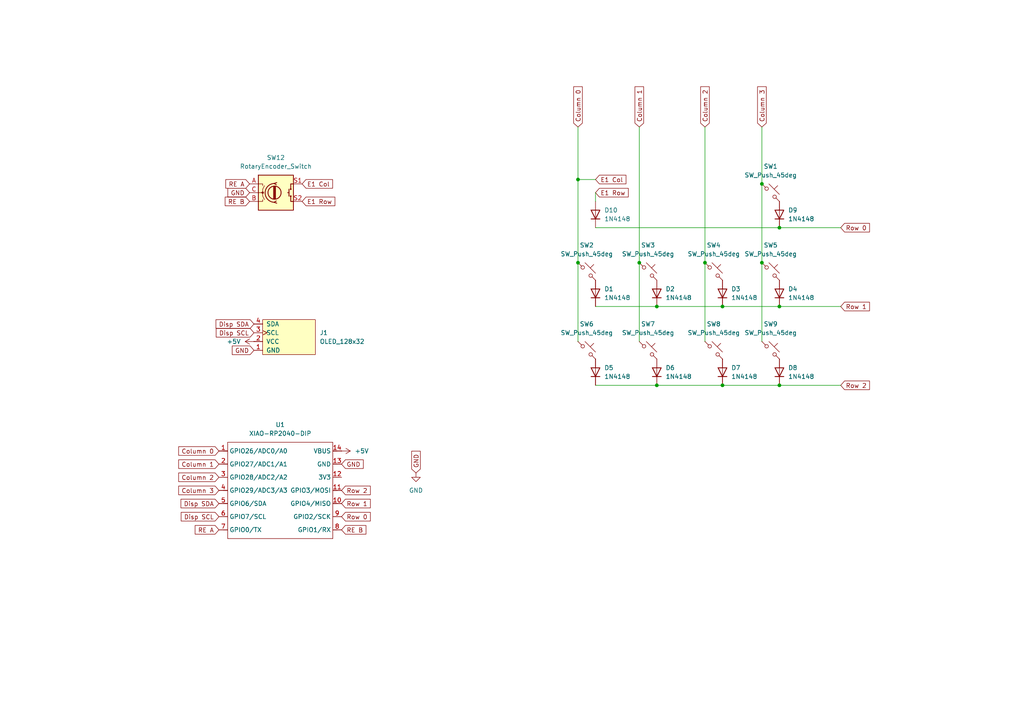
<source format=kicad_sch>
(kicad_sch (version 20231120) (generator "eeschema") (generator_version "8.0")
  (paper "A4")
  (lib_symbols
    (symbol "Device:RotaryEncoder_Switch" (pin_names (offset 0.254) hide)
      (property "Reference" "SW" (at 0 6.604 0))
      (property "Value" "RotaryEncoder_Switch" (at 0 -6.604 0))
      (symbol "RotaryEncoder_Switch_0_1"
        (rectangle (start -5.08 5.08) (end 5.08 -5.08) (stroke (width 0.254)) (fill (type background)))
        (circle (center -3.81 0) (radius 0.254) (fill (type outline)))
        (circle (center -0.381 0) (radius 1.905) (stroke (width 0.254)))
        (arc (start -0.381 2.667) (mid -3.0988 -0.0635) (end -0.381 -2.794) (stroke (width 0.254)))
        (polyline (pts (xy -0.635 -1.778) (xy -0.635 1.778)) (stroke (width 0.254)))
        (polyline (pts (xy -0.381 -1.778) (xy -0.381 1.778)) (stroke (width 0.254)))
        (polyline (pts (xy -0.127 1.778) (xy -0.127 -1.778)) (stroke (width 0.254)))
        (polyline (pts (xy 3.81 0) (xy 3.429 0)) (stroke (width 0.254)))
        (polyline (pts (xy 3.81 1.016) (xy 3.81 -1.016)) (stroke (width 0.254)))
        (polyline (pts (xy -5.08 -2.54) (xy -3.81 -2.54) (xy -3.81 -2.032)))
        (polyline (pts (xy -5.08 2.54) (xy -3.81 2.54) (xy -3.81 2.032)))
        (polyline (pts (xy 0.254 -3.048) (xy -0.508 -2.794) (xy 0.127 -2.413)) (stroke (width 0.254)))
        (polyline (pts (xy 0.254 2.921) (xy -0.508 2.667) (xy 0.127 2.286)) (stroke (width 0.254)))
        (polyline (pts (xy 5.08 -2.54) (xy 4.318 -2.54) (xy 4.318 -1.016)) (stroke (width 0.254)))
        (polyline (pts (xy 5.08 2.54) (xy 4.318 2.54) (xy 4.318 1.016)) (stroke (width 0.254)))
        (polyline (pts (xy -5.08 0) (xy -3.81 0) (xy -3.81 -1.016) (xy -3.302 -2.032)))
        (polyline (pts (xy -4.318 0) (xy -3.81 0) (xy -3.81 1.016) (xy -3.302 2.032)))
        (circle (center 4.318 -1.016) (radius 0.127) (stroke (width 0.254)))
        (circle (center 4.318 1.016) (radius 0.127) (stroke (width 0.254)))
      )
      (symbol "RotaryEncoder_Switch_1_1"
        (pin passive line (at -7.62 2.54 0) (length 2.54) (name "A") (number "A"))
        (pin passive line (at -7.62 -2.54 0) (length 2.54) (name "B") (number "B"))
        (pin passive line (at -7.62 0 0) (length 2.54) (name "C") (number "C"))
        (pin passive line (at 7.62 2.54 180) (length 2.54) (name "S1") (number "S1"))
        (pin passive line (at 7.62 -2.54 180) (length 2.54) (name "S2") (number "S2"))
      )
    )
    (symbol "Diode:1N4148" (pin_numbers hide) (pin_names hide)
      (property "Reference" "D" (at 0 2.54 0))
      (property "Value" "1N4148" (at 0 -2.54 0))
      (symbol "1N4148_0_1"
        (polyline (pts (xy -1.27 1.27) (xy -1.27 -1.27)) (stroke (width 0.254)))
        (polyline (pts (xy 1.27 0) (xy -1.27 0)))
        (polyline (pts (xy 1.27 1.27) (xy 1.27 -1.27) (xy -1.27 0) (xy 1.27 1.27)) (stroke (width 0.254)))
      )
      (symbol "1N4148_1_1"
        (pin passive line (at -3.81 0 0) (length 2.54) (name "K") (number "1"))
        (pin passive line (at 3.81 0 180) (length 2.54) (name "A") (number "2"))
      )
    )
    (symbol "ScottoKeebs:OLED_128x32" (pin_names (offset 1.016))
      (property "Reference" "J" (at 0 -6.35 0))
      (property "Value" "OLED_128x32" (at 0 6.35 0))
      (symbol "OLED_128x32_0_1"
        (rectangle (start 0 5.08) (end 15.24 -5.08) (fill (type background)))
      )
      (symbol "OLED_128x32_1_1"
        (pin power_in line (at -2.54 -3.81 0) (length 2.54) (name "GND") (number "1"))
        (pin power_in line (at -2.54 -1.27 0) (length 2.54) (name "VCC") (number "2"))
        (pin input clock (at -2.54 1.27 0) (length 2.54) (name "SCL") (number "3"))
        (pin bidirectional line (at -2.54 3.81 0) (length 2.54) (name "SDA") (number "4"))
      )
    )
    (symbol "Seeed_Studio_XIAO_Series:XIAO-RP2040-DIP"
      (property "Reference" "U" (at 0 0 0))
      (property "Value" "XIAO-RP2040-DIP" (at 5.334 -1.778 0))
      (symbol "XIAO-RP2040-DIP_1_0"
        (polyline (pts (xy -1.27 -30.48) (xy -1.27 -16.51)) (stroke (width 0.1524)))
        (polyline (pts (xy -1.27 -27.94) (xy -2.54 -27.94)) (stroke (width 0.1524)))
        (polyline (pts (xy -1.27 -24.13) (xy -2.54 -24.13)) (stroke (width 0.1524)))
        (polyline (pts (xy -1.27 -20.32) (xy -2.54 -20.32)) (stroke (width 0.1524)))
        (polyline (pts (xy -1.27 -16.51) (xy -2.54 -16.51)) (stroke (width 0.1524)))
        (polyline (pts (xy -1.27 -16.51) (xy -1.27 -12.7)) (stroke (width 0.1524)))
        (polyline (pts (xy -1.27 -12.7) (xy -2.54 -12.7)) (stroke (width 0.1524)))
        (polyline (pts (xy -1.27 -12.7) (xy -1.27 -8.89)) (stroke (width 0.1524)))
        (polyline (pts (xy -1.27 -8.89) (xy -2.54 -8.89)) (stroke (width 0.1524)))
        (polyline (pts (xy -1.27 -8.89) (xy -1.27 -5.08)) (stroke (width 0.1524)))
        (polyline (pts (xy -1.27 -5.08) (xy -2.54 -5.08)) (stroke (width 0.1524)))
        (polyline (pts (xy -1.27 -5.08) (xy -1.27 -2.54)) (stroke (width 0.1524)))
        (polyline (pts (xy -1.27 -2.54) (xy 29.21 -2.54)) (stroke (width 0.1524)))
        (polyline (pts (xy 29.21 -30.48) (xy -1.27 -30.48)) (stroke (width 0.1524)))
        (polyline (pts (xy 29.21 -12.7) (xy 29.21 -30.48)) (stroke (width 0.1524)))
        (polyline (pts (xy 29.21 -8.89) (xy 29.21 -12.7)) (stroke (width 0.1524)))
        (polyline (pts (xy 29.21 -5.08) (xy 29.21 -8.89)) (stroke (width 0.1524)))
        (polyline (pts (xy 29.21 -2.54) (xy 29.21 -5.08)) (stroke (width 0.1524)))
        (polyline (pts (xy 30.48 -27.94) (xy 29.21 -27.94)) (stroke (width 0.1524)))
        (polyline (pts (xy 30.48 -24.13) (xy 29.21 -24.13)) (stroke (width 0.1524)))
        (polyline (pts (xy 30.48 -20.32) (xy 29.21 -20.32)) (stroke (width 0.1524)))
        (polyline (pts (xy 30.48 -16.51) (xy 29.21 -16.51)) (stroke (width 0.1524)))
        (polyline (pts (xy 30.48 -12.7) (xy 29.21 -12.7)) (stroke (width 0.1524)))
        (polyline (pts (xy 30.48 -8.89) (xy 29.21 -8.89)) (stroke (width 0.1524)))
        (polyline (pts (xy 30.48 -5.08) (xy 29.21 -5.08)) (stroke (width 0.1524)))
        (pin passive line (at -3.81 -5.08 0) (length 2.54) (name "GPIO26/ADC0/A0") (number "1"))
        (pin passive line (at 31.75 -20.32 180) (length 2.54) (name "GPIO4/MISO") (number "10"))
        (pin passive line (at 31.75 -16.51 180) (length 2.54) (name "GPIO3/MOSI") (number "11"))
        (pin passive line (at 31.75 -12.7 180) (length 2.54) (name "3V3") (number "12"))
        (pin passive line (at 31.75 -8.89 180) (length 2.54) (name "GND") (number "13"))
        (pin passive line (at 31.75 -5.08 180) (length 2.54) (name "VBUS") (number "14"))
        (pin passive line (at -3.81 -8.89 0) (length 2.54) (name "GPIO27/ADC1/A1") (number "2"))
        (pin passive line (at -3.81 -12.7 0) (length 2.54) (name "GPIO28/ADC2/A2") (number "3"))
        (pin passive line (at -3.81 -16.51 0) (length 2.54) (name "GPIO29/ADC3/A3") (number "4"))
        (pin passive line (at -3.81 -20.32 0) (length 2.54) (name "GPIO6/SDA") (number "5"))
        (pin passive line (at -3.81 -24.13 0) (length 2.54) (name "GPIO7/SCL") (number "6"))
        (pin passive line (at -3.81 -27.94 0) (length 2.54) (name "GPIO0/TX") (number "7"))
        (pin passive line (at 31.75 -27.94 180) (length 2.54) (name "GPIO1/RX") (number "8"))
        (pin passive line (at 31.75 -24.13 180) (length 2.54) (name "GPIO2/SCK") (number "9"))
      )
    )
    (symbol "Switch:SW_Push_45deg" (pin_numbers hide) (pin_names (offset 1.016) hide)
      (property "Reference" "SW" (at 3.048 1.016 0))
      (property "Value" "SW_Push_45deg" (at 0 -3.81 0))
      (symbol "SW_Push_45deg_0_1"
        (circle (center -1.1684 1.1684) (radius 0.508))
        (polyline (pts (xy -0.508 2.54) (xy 2.54 -0.508)))
        (polyline (pts (xy 1.016 1.016) (xy 2.032 2.032)))
        (polyline (pts (xy -2.54 2.54) (xy -1.524 1.524) (xy -1.524 1.524)))
        (polyline (pts (xy 1.524 -1.524) (xy 2.54 -2.54) (xy 2.54 -2.54) (xy 2.54 -2.54)))
        (circle (center 1.143 -1.1938) (radius 0.508))
        (pin passive line (at -2.54 2.54 0) (length 0) (name "1") (number "1"))
        (pin passive line (at 2.54 -2.54 180) (length 0) (name "2") (number "2"))
      )
    )
    (symbol "power:+5V" (power) (pin_numbers hide) (pin_names (offset 0) hide)
      (property "Value" "+5V" (at 0 3.556 0))
      (symbol "+5V_0_1"
        (polyline (pts (xy -0.762 1.27) (xy 0 2.54)))
        (polyline (pts (xy 0 0) (xy 0 2.54)))
        (polyline (pts (xy 0 2.54) (xy 0.762 1.27)))
      )
      (symbol "+5V_1_1"
        (pin power_in line (at 0 0 90) (length 0) (name "~") (number "1"))
      )
    )
    (symbol "power:GND" (power) (pin_numbers hide) (pin_names (offset 0) hide)
      (property "Value" "GND" (at 0 -3.81 0))
      (symbol "GND_0_1"
        (polyline (pts (xy 0 0) (xy 0 -1.27) (xy 1.27 -1.27) (xy 0 -2.54) (xy -1.27 -1.27) (xy 0 -1.27)))
      )
      (symbol "GND_1_1"
        (pin power_in line (at 0 0 270) (length 0) (name "~") (number "1"))
      )
    )
  )
  (junction (at 226.06 66.04))
  (junction (at 220.98 53.34))
  (junction (at 190.5 88.9))
  (junction (at 190.5 111.76))
  (junction (at 220.98 76.2))
  (junction (at 185.42 76.2))
  (junction (at 226.06 88.9))
  (junction (at 209.55 111.76))
  (junction (at 167.64 52.07))
  (junction (at 226.06 111.76))
  (junction (at 204.47 76.2))
  (junction (at 167.64 76.2))
  (junction (at 209.55 88.9))
  (wire (pts (xy 226.06 66.04) (xy 243.84 66.04)))
  (wire (pts (xy 167.64 36.83) (xy 167.64 52.07)))
  (wire (pts (xy 172.72 66.04) (xy 226.06 66.04)))
  (wire (pts (xy 220.98 36.83) (xy 220.98 53.34)))
  (wire (pts (xy 185.42 76.2) (xy 185.42 99.06)))
  (wire (pts (xy 220.98 53.34) (xy 220.98 76.2)))
  (wire (pts (xy 167.64 52.07) (xy 167.64 76.2)))
  (wire (pts (xy 226.06 111.76) (xy 243.84 111.76)))
  (wire (pts (xy 209.55 88.9) (xy 226.06 88.9)))
  (wire (pts (xy 220.98 76.2) (xy 220.98 99.06)))
  (wire (pts (xy 172.72 55.88) (xy 172.72 58.42)))
  (wire (pts (xy 167.64 76.2) (xy 167.64 99.06)))
  (wire (pts (xy 190.5 111.76) (xy 209.55 111.76)))
  (wire (pts (xy 226.06 88.9) (xy 243.84 88.9)))
  (wire (pts (xy 204.47 76.2) (xy 204.47 99.06)))
  (wire (pts (xy 172.72 52.07) (xy 167.64 52.07)))
  (wire (pts (xy 204.47 36.83) (xy 204.47 76.2)))
  (wire (pts (xy 172.72 111.76) (xy 190.5 111.76)))
  (wire (pts (xy 209.55 111.76) (xy 226.06 111.76)))
  (wire (pts (xy 190.5 88.9) (xy 209.55 88.9)))
  (wire (pts (xy 172.72 88.9) (xy 190.5 88.9)))
  (wire (pts (xy 185.42 36.83) (xy 185.42 76.2)))
  (global_label "Row 0" (shape input) (at 99.06 149.86 0) (property "Intersheetrefs" "${INTERSHEET_REFS}" (effects (hide yes))))
  (global_label "E1 Col" (shape input) (at 87.63 53.34 0) (property "Intersheetrefs" "${INTERSHEET_REFS}" (effects (hide yes))))
  (global_label "Disp SCL" (shape input) (at 73.66 96.52 180) (property "Intersheetrefs" "${INTERSHEET_REFS}" (effects (hide yes))))
  (global_label "Column 0" (shape input) (at 167.64 36.83 90) (property "Intersheetrefs" "${INTERSHEET_REFS}" (effects (hide yes))))
  (global_label "Column 1" (shape input) (at 63.5 134.62 180) (property "Intersheetrefs" "${INTERSHEET_REFS}" (effects (hide yes))))
  (global_label "RE A" (shape input) (at 72.39 53.34 180) (property "Intersheetrefs" "${INTERSHEET_REFS}" (effects (hide yes))))
  (global_label "Column 3" (shape input) (at 63.5 142.24 180) (property "Intersheetrefs" "${INTERSHEET_REFS}" (effects (hide yes))))
  (global_label "Disp SDA" (shape input) (at 73.66 93.98 180) (property "Intersheetrefs" "${INTERSHEET_REFS}" (effects (hide yes))))
  (global_label "GND" (shape input) (at 99.06 134.62 0) (property "Intersheetrefs" "${INTERSHEET_REFS}" (effects (hide yes))))
  (global_label "E1 Col" (shape input) (at 172.72 52.07 0) (property "Intersheetrefs" "${INTERSHEET_REFS}" (effects (hide yes))))
  (global_label "RE A" (shape input) (at 63.5 153.67 180) (property "Intersheetrefs" "${INTERSHEET_REFS}" (effects (hide yes))))
  (global_label "Column 2" (shape input) (at 204.47 36.83 90) (property "Intersheetrefs" "${INTERSHEET_REFS}" (effects (hide yes))))
  (global_label "RE B" (shape input) (at 72.39 58.42 180) (property "Intersheetrefs" "${INTERSHEET_REFS}" (effects (hide yes))))
  (global_label "Row 2" (shape input) (at 243.84 111.76 0) (property "Intersheetrefs" "${INTERSHEET_REFS}" (effects (hide yes))))
  (global_label "E1 Row" (shape input) (at 87.63 58.42 0) (property "Intersheetrefs" "${INTERSHEET_REFS}" (effects (hide yes))))
  (global_label "GND" (shape input) (at 72.39 55.88 180) (property "Intersheetrefs" "${INTERSHEET_REFS}" (effects (hide yes))))
  (global_label "Column 1" (shape input) (at 185.42 36.83 90) (property "Intersheetrefs" "${INTERSHEET_REFS}" (effects (hide yes))))
  (global_label "E1 Row" (shape input) (at 172.72 55.88 0) (property "Intersheetrefs" "${INTERSHEET_REFS}" (effects (hide yes))))
  (global_label "Row 1" (shape input) (at 243.84 88.9 0) (property "Intersheetrefs" "${INTERSHEET_REFS}" (effects (hide yes))))
  (global_label "GND" (shape input) (at 120.65 137.16 90) (property "Intersheetrefs" "${INTERSHEET_REFS}" (effects (hide yes))))
  (global_label "Row 0" (shape input) (at 243.84 66.04 0) (property "Intersheetrefs" "${INTERSHEET_REFS}" (effects (hide yes))))
  (global_label "RE B" (shape input) (at 99.06 153.67 0) (property "Intersheetrefs" "${INTERSHEET_REFS}" (effects (hide yes))))
  (global_label "Row 2" (shape input) (at 99.06 142.24 0) (property "Intersheetrefs" "${INTERSHEET_REFS}" (effects (hide yes))))
  (global_label "Column 0" (shape input) (at 63.5 130.81 180) (property "Intersheetrefs" "${INTERSHEET_REFS}" (effects (hide yes))))
  (global_label "Row 1" (shape input) (at 99.06 146.05 0) (property "Intersheetrefs" "${INTERSHEET_REFS}" (effects (hide yes))))
  (global_label "Disp SDA" (shape input) (at 63.5 146.05 180) (property "Intersheetrefs" "${INTERSHEET_REFS}" (effects (hide yes))))
  (global_label "GND" (shape input) (at 73.66 101.6 180) (property "Intersheetrefs" "${INTERSHEET_REFS}" (effects (hide yes))))
  (global_label "Column 2" (shape input) (at 63.5 138.43 180) (property "Intersheetrefs" "${INTERSHEET_REFS}" (effects (hide yes))))
  (global_label "Disp SCL" (shape input) (at 63.5 149.86 180) (property "Intersheetrefs" "${INTERSHEET_REFS}" (effects (hide yes))))
  (global_label "Column 3" (shape input) (at 220.98 36.83 90) (property "Intersheetrefs" "${INTERSHEET_REFS}" (effects (hide yes))))
  (symbol (lib_id "Diode:1N4148") (at 226.06 62.23 90) (unit 1)
    (property "Reference" "D9" (at 228.6 60.9599 90) (effects (justify right)))
    (property "Value" "1N4148" (at 228.6 63.4999 90) (effects (justify right)))
    (property "Footprint" "Diode_THT:D_DO-35_SOD27_P7.62mm_Horizontal" (effects (hide yes)))
    (property "Datasheet" "https://assets.nexperia.com/documents/data-sheet/1N4148_1N4448.pdf" (effects (hide yes)))
    (property "Description" "100V 0.15A standard switching diode, DO-35" (effects (hide yes)))
    (property "Sim.Device" "D" (effects (hide yes)))
    (property "Sim.Pins" "1=K 2=A" (effects (hide yes)))
  )
  (symbol (lib_id "power:GND") (at 120.65 137.16 0) (unit 1)
    (property "Reference" "#PWR02" (effects (hide yes)))
    (property "Value" "GND" (at 120.65 142.24 0))
    (property "Description" "Power symbol creates a global label with name \"GND\" , ground" (effects (hide yes)))
  )
  (symbol (lib_id "Switch:SW_Push_45deg") (at 170.18 101.6 0) (unit 1)
    (property "Reference" "SW6" (at 170.18 93.98 0))
    (property "Value" "SW_Push_45deg" (at 170.18 96.52 0))
    (property "Footprint" "Button_Switch_Keyboard:SW_Cherry_MX_1.00u_PCB" (effects (hide yes)))
    (property "Description" "Push button switch, normally open, two pins, 45° tilted" (effects (hide yes)))
  )
  (symbol (lib_id "Seeed_Studio_XIAO_Series:XIAO-RP2040-DIP") (at 67.31 125.73 0) (unit 1)
    (property "Reference" "U1" (at 81.28 123.19 0))
    (property "Value" "XIAO-RP2040-DIP" (at 81.28 125.73 0))
    (property "Footprint" "Seeed Studio XIAO Series Library:XIAO-RP2040-DIP" (effects (hide yes)))
  )
  (symbol (lib_id "Switch:SW_Push_45deg") (at 223.52 101.6 0) (unit 1)
    (property "Reference" "SW9" (at 223.52 93.98 0))
    (property "Value" "SW_Push_45deg" (at 223.52 96.52 0))
    (property "Footprint" "Button_Switch_Keyboard:SW_Cherry_MX_1.00u_PCB" (effects (hide yes)))
    (property "Description" "Push button switch, normally open, two pins, 45° tilted" (effects (hide yes)))
  )
  (symbol (lib_id "Switch:SW_Push_45deg") (at 187.96 78.74 0) (unit 1)
    (property "Reference" "SW3" (at 187.96 71.12 0))
    (property "Value" "SW_Push_45deg" (at 187.96 73.66 0))
    (property "Footprint" "Button_Switch_Keyboard:SW_Cherry_MX_1.00u_PCB" (effects (hide yes)))
    (property "Description" "Push button switch, normally open, two pins, 45° tilted" (effects (hide yes)))
  )
  (symbol (lib_id "Diode:1N4148") (at 209.55 107.95 90) (unit 1)
    (property "Reference" "D7" (at 212.09 106.6799 90) (effects (justify right)))
    (property "Value" "1N4148" (at 212.09 109.2199 90) (effects (justify right)))
    (property "Footprint" "Diode_THT:D_DO-35_SOD27_P7.62mm_Horizontal" (effects (hide yes)))
    (property "Datasheet" "https://assets.nexperia.com/documents/data-sheet/1N4148_1N4448.pdf" (effects (hide yes)))
    (property "Description" "100V 0.15A standard switching diode, DO-35" (effects (hide yes)))
    (property "Sim.Device" "D" (effects (hide yes)))
    (property "Sim.Pins" "1=K 2=A" (effects (hide yes)))
  )
  (symbol (lib_id "Diode:1N4148") (at 209.55 85.09 90) (unit 1)
    (property "Reference" "D3" (at 212.09 83.8199 90) (effects (justify right)))
    (property "Value" "1N4148" (at 212.09 86.3599 90) (effects (justify right)))
    (property "Footprint" "Diode_THT:D_DO-35_SOD27_P7.62mm_Horizontal" (effects (hide yes)))
    (property "Datasheet" "https://assets.nexperia.com/documents/data-sheet/1N4148_1N4448.pdf" (effects (hide yes)))
    (property "Description" "100V 0.15A standard switching diode, DO-35" (effects (hide yes)))
    (property "Sim.Device" "D" (effects (hide yes)))
    (property "Sim.Pins" "1=K 2=A" (effects (hide yes)))
  )
  (symbol (lib_id "Diode:1N4148") (at 226.06 107.95 90) (unit 1)
    (property "Reference" "D8" (at 228.6 106.6799 90) (effects (justify right)))
    (property "Value" "1N4148" (at 228.6 109.2199 90) (effects (justify right)))
    (property "Footprint" "Diode_THT:D_DO-35_SOD27_P7.62mm_Horizontal" (effects (hide yes)))
    (property "Datasheet" "https://assets.nexperia.com/documents/data-sheet/1N4148_1N4448.pdf" (effects (hide yes)))
    (property "Description" "100V 0.15A standard switching diode, DO-35" (effects (hide yes)))
    (property "Sim.Device" "D" (effects (hide yes)))
    (property "Sim.Pins" "1=K 2=A" (effects (hide yes)))
  )
  (symbol (lib_id "Diode:1N4148") (at 226.06 85.09 90) (unit 1)
    (property "Reference" "D4" (at 228.6 83.8199 90) (effects (justify right)))
    (property "Value" "1N4148" (at 228.6 86.3599 90) (effects (justify right)))
    (property "Footprint" "Diode_THT:D_DO-35_SOD27_P7.62mm_Horizontal" (effects (hide yes)))
    (property "Datasheet" "https://assets.nexperia.com/documents/data-sheet/1N4148_1N4448.pdf" (effects (hide yes)))
    (property "Description" "100V 0.15A standard switching diode, DO-35" (effects (hide yes)))
    (property "Sim.Device" "D" (effects (hide yes)))
    (property "Sim.Pins" "1=K 2=A" (effects (hide yes)))
  )
  (symbol (lib_id "power:+5V") (at 73.66 99.06 90) (unit 1)
    (property "Reference" "#PWR06" (effects (hide yes)))
    (property "Value" "+5V" (at 69.85 99.0599 90) (effects (justify left)))
    (property "Description" "Power symbol creates a global label with name \"+5V\"" (effects (hide yes)))
  )
  (symbol (lib_id "Diode:1N4148") (at 190.5 107.95 90) (unit 1)
    (property "Reference" "D6" (at 193.04 106.6799 90) (effects (justify right)))
    (property "Value" "1N4148" (at 193.04 109.2199 90) (effects (justify right)))
    (property "Footprint" "Diode_THT:D_DO-35_SOD27_P7.62mm_Horizontal" (effects (hide yes)))
    (property "Datasheet" "https://assets.nexperia.com/documents/data-sheet/1N4148_1N4448.pdf" (effects (hide yes)))
    (property "Description" "100V 0.15A standard switching diode, DO-35" (effects (hide yes)))
    (property "Sim.Device" "D" (effects (hide yes)))
    (property "Sim.Pins" "1=K 2=A" (effects (hide yes)))
  )
  (symbol (lib_id "Switch:SW_Push_45deg") (at 170.18 78.74 0) (unit 1)
    (property "Reference" "SW2" (at 170.18 71.12 0))
    (property "Value" "SW_Push_45deg" (at 170.18 73.66 0))
    (property "Footprint" "Button_Switch_Keyboard:SW_Cherry_MX_1.00u_PCB" (effects (hide yes)))
    (property "Description" "Push button switch, normally open, two pins, 45° tilted" (effects (hide yes)))
  )
  (symbol (lib_id "Switch:SW_Push_45deg") (at 207.01 78.74 0) (unit 1)
    (property "Reference" "SW4" (at 207.01 71.12 0))
    (property "Value" "SW_Push_45deg" (at 207.01 73.66 0))
    (property "Footprint" "Button_Switch_Keyboard:SW_Cherry_MX_1.00u_PCB" (effects (hide yes)))
    (property "Description" "Push button switch, normally open, two pins, 45° tilted" (effects (hide yes)))
  )
  (symbol (lib_id "Diode:1N4148") (at 172.72 85.09 90) (unit 1)
    (property "Reference" "D1" (at 175.26 83.8199 90) (effects (justify right)))
    (property "Value" "1N4148" (at 175.26 86.3599 90) (effects (justify right)))
    (property "Footprint" "Diode_THT:D_DO-35_SOD27_P7.62mm_Horizontal" (effects (hide yes)))
    (property "Datasheet" "https://assets.nexperia.com/documents/data-sheet/1N4148_1N4448.pdf" (effects (hide yes)))
    (property "Description" "100V 0.15A standard switching diode, DO-35" (effects (hide yes)))
    (property "Sim.Device" "D" (effects (hide yes)))
    (property "Sim.Pins" "1=K 2=A" (effects (hide yes)))
  )
  (symbol (lib_id "Device:RotaryEncoder_Switch") (at 80.01 55.88 0) (unit 1)
    (property "Reference" "SW12" (at 80.01 45.72 0))
    (property "Value" "RotaryEncoder_Switch" (at 80.01 48.26 0))
    (property "Footprint" "ScottoKeebs_Scotto:Encoder_EC11_MX_Combo" (effects (hide yes)))
    (property "Description" "Rotary encoder, dual channel, incremental quadrate outputs, with switch" (effects (hide yes)))
  )
  (symbol (lib_id "Diode:1N4148") (at 172.72 62.23 90) (unit 1)
    (property "Reference" "D10" (at 175.26 60.9599 90) (effects (justify right)))
    (property "Value" "1N4148" (at 175.26 63.4999 90) (effects (justify right)))
    (property "Footprint" "Diode_THT:D_DO-35_SOD27_P7.62mm_Horizontal" (effects (hide yes)))
    (property "Datasheet" "https://assets.nexperia.com/documents/data-sheet/1N4148_1N4448.pdf" (effects (hide yes)))
    (property "Description" "100V 0.15A standard switching diode, DO-35" (effects (hide yes)))
    (property "Sim.Device" "D" (effects (hide yes)))
    (property "Sim.Pins" "1=K 2=A" (effects (hide yes)))
  )
  (symbol (lib_id "Switch:SW_Push_45deg") (at 223.52 55.88 0) (unit 1)
    (property "Reference" "SW1" (at 223.52 48.26 0))
    (property "Value" "SW_Push_45deg" (at 223.52 50.8 0))
    (property "Footprint" "Button_Switch_Keyboard:SW_Cherry_MX_1.00u_PCB" (effects (hide yes)))
    (property "Description" "Push button switch, normally open, two pins, 45° tilted" (effects (hide yes)))
  )
  (symbol (lib_id "power:+5V") (at 99.06 130.81 270) (unit 1)
    (property "Reference" "#PWR05" (effects (hide yes)))
    (property "Value" "+5V" (at 102.87 130.8099 90) (effects (justify left)))
    (property "Description" "Power symbol creates a global label with name \"+5V\"" (effects (hide yes)))
  )
  (symbol (lib_id "ScottoKeebs:OLED_128x32") (at 76.2 97.79 0) (unit 1)
    (property "Reference" "J1" (at 92.71 96.5199 0) (effects (justify left)))
    (property "Value" "OLED_128x32" (at 92.71 99.0599 0) (effects (justify left)))
    (property "Footprint" "ScottoKeebs_Components:OLED_128x32" (effects (hide yes)))
  )
  (symbol (lib_id "Switch:SW_Push_45deg") (at 187.96 101.6 0) (unit 1)
    (property "Reference" "SW7" (at 187.96 93.98 0))
    (property "Value" "SW_Push_45deg" (at 187.96 96.52 0))
    (property "Footprint" "Button_Switch_Keyboard:SW_Cherry_MX_1.00u_PCB" (effects (hide yes)))
    (property "Description" "Push button switch, normally open, two pins, 45° tilted" (effects (hide yes)))
  )
  (symbol (lib_id "Switch:SW_Push_45deg") (at 207.01 101.6 0) (unit 1)
    (property "Reference" "SW8" (at 207.01 93.98 0))
    (property "Value" "SW_Push_45deg" (at 207.01 96.52 0))
    (property "Footprint" "Button_Switch_Keyboard:SW_Cherry_MX_1.00u_PCB" (effects (hide yes)))
    (property "Description" "Push button switch, normally open, two pins, 45° tilted" (effects (hide yes)))
  )
  (symbol (lib_id "Switch:SW_Push_45deg") (at 223.52 78.74 0) (unit 1)
    (property "Reference" "SW5" (at 223.52 71.12 0))
    (property "Value" "SW_Push_45deg" (at 223.52 73.66 0))
    (property "Footprint" "Button_Switch_Keyboard:SW_Cherry_MX_1.00u_PCB" (effects (hide yes)))
    (property "Description" "Push button switch, normally open, two pins, 45° tilted" (effects (hide yes)))
  )
  (symbol (lib_id "Diode:1N4148") (at 172.72 107.95 90) (unit 1)
    (property "Reference" "D5" (at 175.26 106.6799 90) (effects (justify right)))
    (property "Value" "1N4148" (at 175.26 109.2199 90) (effects (justify right)))
    (property "Footprint" "Diode_THT:D_DO-35_SOD27_P7.62mm_Horizontal" (effects (hide yes)))
    (property "Datasheet" "https://assets.nexperia.com/documents/data-sheet/1N4148_1N4448.pdf" (effects (hide yes)))
    (property "Description" "100V 0.15A standard switching diode, DO-35" (effects (hide yes)))
    (property "Sim.Device" "D" (effects (hide yes)))
    (property "Sim.Pins" "1=K 2=A" (effects (hide yes)))
  )
  (symbol (lib_id "Diode:1N4148") (at 190.5 85.09 90) (unit 1)
    (property "Reference" "D2" (at 193.04 83.8199 90) (effects (justify right)))
    (property "Value" "1N4148" (at 193.04 86.3599 90) (effects (justify right)))
    (property "Footprint" "Diode_THT:D_DO-35_SOD27_P7.62mm_Horizontal" (effects (hide yes)))
    (property "Datasheet" "https://assets.nexperia.com/documents/data-sheet/1N4148_1N4448.pdf" (effects (hide yes)))
    (property "Description" "100V 0.15A standard switching diode, DO-35" (effects (hide yes)))
    (property "Sim.Device" "D" (effects (hide yes)))
    (property "Sim.Pins" "1=K 2=A" (effects (hide yes)))
  )
)
</source>
